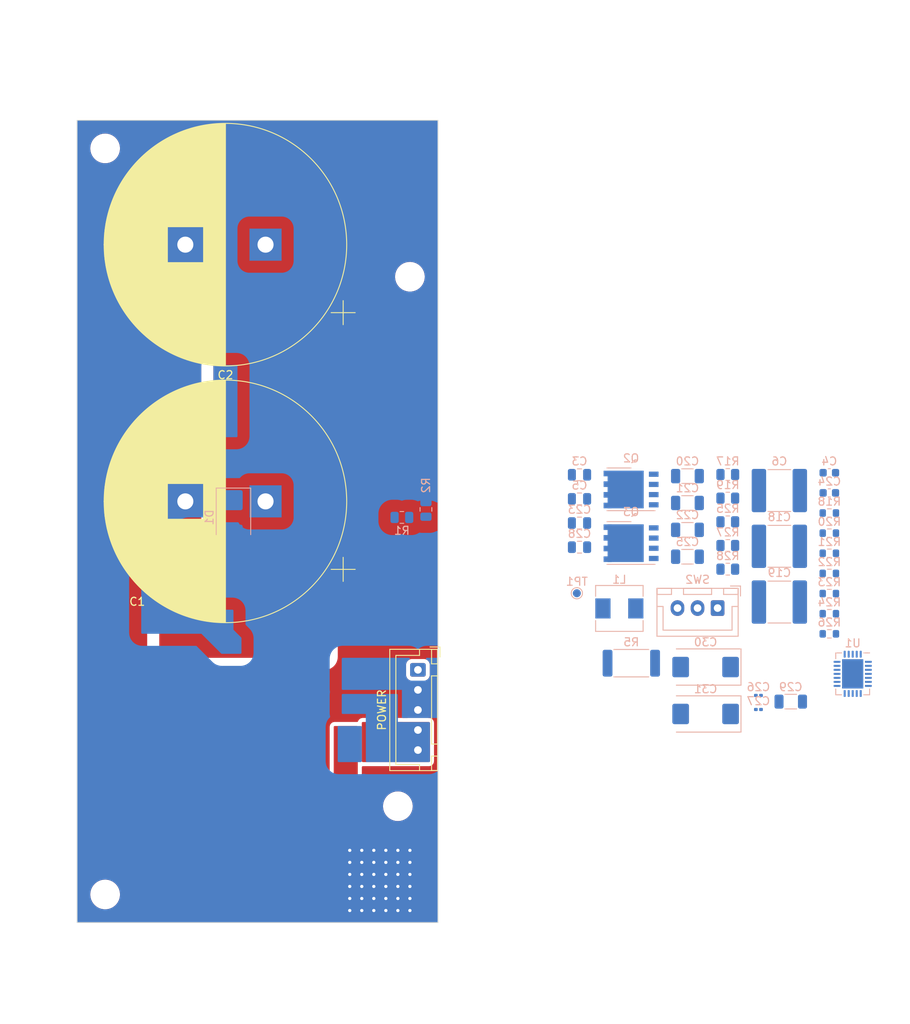
<source format=kicad_pcb>
(kicad_pcb (version 20221018) (generator pcbnew)
  (layers (0 "F.Cu" signal) (31 "B.Cu" signal) (34 "B.Paste" user) (35 "F.Paste" user) (36 "B.SilkS" user "B.Silkscreen") (37 "F.SilkS" user "F.Silkscreen") (38 "B.Mask" user) (39 "F.Mask" user) (44 "Edge.Cuts" user))
  (net 0 "")
  (net 1 "+BATT")
  (net 2 "-BATT")
  (net 3 "Net-(U1-BOOST)")
  (net 4 "Net-(Q2-S)")
  (net 5 "SENSE+")
  (net 6 "GND")
  (net 7 "IN_V")
  (net 8 "SENSE-")
  (net 9 "Net-(U1-VIN)")
  (net 10 "Net-(U1-CPUMP_EN)")
  (net 11 "Net-(C24-Pad1)")
  (net 12 "Net-(U1-VFB)")
  (net 13 "Net-(U1-DRVCC)")
  (net 14 "Net-(U1-ITH)")
  (net 15 "Net-(C27-Pad2)")
  (net 16 "Net-(U1-SS)")
  (net 17 "Net-(Q2-G)")
  (net 18 "Net-(Q3-G)")
  (net 19 "Net-(SW2-C)")
  (net 20 "Net-(SW2-B)")
  (net 21 "Net-(U1-OVLO)")
  (net 22 "Net-(U1-DRVSET)")
  (net 23 "Net-(U1-FREQ)")
  (net 24 "Net-(U1-PGOOD)")
  (footprint "Connector_JST:JST_XH_B5B-XH-A_1x05_P2.50mm_Vertical" (layer "F.Cu") (at 92.5 118.5 -90)
    (fp_text reference "J1" hide)
    (fp_text value "AuxConn")
    (fp_text user "POWER" (at 5 4.5 90 unlocked) (layer "F.SilkS"))
    (pad "1" thru_hole roundrect (at 0 0 270) (size 1.7 1.95) (drill 0.95) (layers "*.Cu" "*.Mask") (roundrect_rratio 0.1470588235) (net 7 "IN_V"))
    (pad "2" thru_hole oval (at 2.5 0 270) (size 1.7 1.95) (drill 0.95) (layers "*.Cu" "*.Mask") (net 6 "GND"))
    (pad "3" thru_hole oval (at 5 0 270) (size 1.7 1.95) (drill 0.95) (layers "*.Cu" "*.Mask") (net 6 "GND"))
    (pad "4" thru_hole oval (at 7.5 0 270) (size 1.7 1.95) (drill 0.95) (layers "*.Cu" "*.Mask") (net 8 "SENSE-"))
    (pad "5" thru_hole oval (at 10 0 270) (size 1.7 1.95) (drill 0.95) (layers "*.Cu" "*.Mask") (net 8 "SENSE-"))
  )
  (footprint "Capacitor_THT:CP_Radial_D30.0mm_P10.00mm_SnapIn" (layer "F.Cu") (at 73.5 65.5 180)
    (fp_text reference "C2" (at 5 -16.25 180) (layer "F.SilkS"))
    (fp_text value "2200uF 200V")
    (pad "1" thru_hole rect (at 0 0 180) (size 4 4) (drill 2) (layers "*.Cu" "*.Mask") (net 1 "+BATT"))
    (pad "2" thru_hole circle (at 10 0 180) (size 4 4) (drill 2) (layers "*.Cu" "*.Mask") (net 2 "-BATT"))
  )
  (footprint "MountingHole:MountingHole_3.2mm_M3" (layer "F.Cu") (at 53.5 53.5)
    (fp_text reference "H1" hide)
    (fp_text value "BATT-Hole")
    (pad "" np_thru_hole circle (at 0 0) (size 3.2 3.2) (drill 3.2) (layers "*.Cu" "*.Mask"))
  )
  (footprint "MountingHole:MountingHole_3.2mm_M3" (layer "F.Cu") (at 53.5 146.5)
    (fp_text reference "H4" hide)
    (fp_text value "BATT-Hole")
    (pad "" np_thru_hole circle (at 0 0) (size 3.2 3.2) (drill 3.2) (layers "*.Cu" "*.Mask"))
  )
  (footprint "MountingHole:MountingHole_3.2mm_M3" (layer "F.Cu") (at 91.5 69.5)
    (fp_text reference "H3" hide)
    (fp_text value "BATT-Hole")
    (pad "" np_thru_hole circle (at 0 0) (size 3.2 3.2) (drill 3.2) (layers "*.Cu" "*.Mask"))
  )
  (footprint "Capacitor_THT:CP_Radial_D30.0mm_P10.00mm_SnapIn" (layer "F.Cu") (at 73.5 97.5 180)
    (fp_text reference "C1" (at 16 -12.5) (layer "F.SilkS"))
    (fp_text value "2200uF 200V")
    (pad "1" thru_hole rect (at 0 0 180) (size 4 4) (drill 2) (layers "*.Cu" "*.Mask") (net 1 "+BATT"))
    (pad "2" thru_hole circle (at 10 0 180) (size 4 4) (drill 2) (layers "*.Cu" "*.Mask") (net 2 "-BATT"))
  )
  (footprint "MountingHole:MountingHole_3.2mm_M3" (layer "F.Cu") (at 90 135.5)
    (fp_text reference "H2" hide)
    (fp_text value "BATT-Hole")
    (pad "" np_thru_hole circle (at 0 0) (size 3.2 3.2) (drill 3.2) (layers "*.Cu" "*.Mask"))
  )
  (footprint "Resistor_SMD:R_0805_2012Metric" (layer "B.Cu") (at 131.135238 94.15 180)
    (fp_text reference "R17" (at 0 1.65) (layer "B.SilkS") (effects (justify mirror)))
    (fp_text value "100k")
    (pad "1" smd roundrect (at -0.9125 0 180) (size 1.025 1.4) (layers "B.Cu" "B.Paste" "B.Mask") (roundrect_rratio 0.243902) (net 1 "+BATT"))
    (pad "2" smd roundrect (at 0.9125 0 180) (size 1.025 1.4) (layers "B.Cu" "B.Paste" "B.Mask") (roundrect_rratio 0.243902) (net 19 "Net-(SW2-C)"))
  )
  (footprint "Resistor_SMD:R_0805_2012Metric" (layer "B.Cu") (at 131.135238 100.05 180)
    (fp_text reference "R25" (at 0 1.65) (layer "B.SilkS") (effects (justify mirror)))
    (fp_text value "100k")
    (pad "1" smd roundrect (at -0.9125 0 180) (size 1.025 1.4) (layers "B.Cu" "B.Paste" "B.Mask") (roundrect_rratio 0.243902) (net 10 "Net-(U1-CPUMP_EN)"))
    (pad "2" smd roundrect (at 0.9125 0 180) (size 1.025 1.4) (layers "B.Cu" "B.Paste" "B.Mask") (roundrect_rratio 0.243902) (net 24 "Net-(U1-PGOOD)"))
  )
  (footprint "Capacitor_Tantalum_SMD:CP_EIA-7343-31_Kemet-D" (layer "B.Cu") (at 128.370238 124 180)
    (fp_text reference "C31" (at 0 3.1) (layer "B.SilkS") (effects (justify mirror)))
    (fp_text value "150u 16V")
    (pad "1" smd roundrect (at -3.1125 0 180) (size 2.075 2.55) (layers "B.Cu" "B.Paste" "B.Mask") (roundrect_rratio 0.120482) (net 8 "SENSE-"))
    (pad "2" smd roundrect (at 3.1125 0 180) (size 2.075 2.55) (layers "B.Cu" "B.Paste" "B.Mask") (roundrect_rratio 0.120482) (net 2 "-BATT"))
  )
  (footprint "Capacitor_SMD:C_1206_3216Metric" (layer "B.Cu") (at 126.105238 104.4 180)
    (fp_text reference "C25" (at 0 1.85) (layer "B.SilkS") (effects (justify mirror)))
    (fp_text value "4.7u 50V")
    (pad "1" smd roundrect (at -1.475 0 180) (size 1.15 1.8) (layers "B.Cu" "B.Paste" "B.Mask") (roundrect_rratio 0.217391) (net 2 "-BATT"))
    (pad "2" smd roundrect (at 1.475 0 180) (size 1.15 1.8) (layers "B.Cu" "B.Paste" "B.Mask") (roundrect_rratio 0.217391) (net 13 "Net-(U1-DRVCC)"))
  )
  (footprint "Capacitor_SMD:C_0201_0603Metric" (layer "B.Cu") (at 134.955238 121.69 180)
    (fp_text reference "C26" (at 0 1.05) (layer "B.SilkS") (effects (justify mirror)))
    (fp_text value "100p")
    (pad "1" smd roundrect (at -0.32 0 180) (size 0.46 0.4) (layers "B.Cu" "B.Mask") (net 14 "Net-(U1-ITH)"))
    (pad "2" smd roundrect (at 0.32 0 180) (size 0.46 0.4) (layers "B.Cu" "B.Mask") (net 2 "-BATT"))
  )
  (footprint "Resistor_SMD:R_0603_1608Metric" (layer "B.Cu") (at 143.795238 106.48 180)
    (fp_text reference "R22" (at 0 1.43) (layer "B.SilkS") (effects (justify mirror)))
    (fp_text value "80.6k")
    (pad "1" smd roundrect (at -0.825 0 180) (size 0.8 0.95) (layers "B.Cu" "B.Paste" "B.Mask") (net 22 "Net-(U1-DRVSET)"))
    (pad "2" smd roundrect (at 0.825 0 180) (size 0.8 0.95) (layers "B.Cu" "B.Paste" "B.Mask") (net 2 "-BATT"))
  )
  (footprint "Capacitor_SMD:C_0201_0603Metric" (layer "B.Cu") (at 134.955238 123.44 180)
    (fp_text reference "C27" (at 0 1.05) (layer "B.SilkS") (effects (justify mirror)))
    (fp_text value "4.7n")
    (pad "1" smd roundrect (at -0.32 0 180) (size 0.46 0.4) (layers "B.Cu" "B.Mask") (net 14 "Net-(U1-ITH)"))
    (pad "2" smd roundrect (at 0.32 0 180) (size 0.46 0.4) (layers "B.Cu" "B.Mask") (net 15 "Net-(C27-Pad2)"))
  )
  (footprint "Package_SON:Infineon_PG-TDSON-8_6.15x5.15mm" (layer "B.Cu") (at 119.075238 102.71 180)
    (fp_text reference "Q3" (at 0 3.9) (layer "B.SilkS") (effects (justify mirror)))
    (fp_text value "BSC110N15NS5")
    (pad "1" smd rect (at -2.825 1.905 180) (size 1.2 0.65) (layers "B.Cu" "B.Paste" "B.Mask") (net 18 "Net-(Q3-G)"))
    (pad "2" smd rect (at -2.825 0.635 180) (size 1.2 0.65) (layers "B.Cu" "B.Paste" "B.Mask") (net 4 "Net-(Q2-S)"))
    (pad "3" smd rect (at -2.825 -0.635 180) (size 1.2 0.65) (layers "B.Cu" "B.Paste" "B.Mask") (net 2 "-BATT"))
    (pad "4" smd rect (at -2.825 -1.905 180) (size 1.2 0.65) (layers "B.Cu" "B.Paste" "B.Mask"))
    (pad "5" smd rect (at 0.675 0 180) (size 4.5 4.7) (layers "B.Cu" "B.Mask"))
    (pad "5" smd rect (at 2.925 -1.995 180) (size 1 0.7) (layers "B.Cu" "B.Paste" "B.Mask"))
    (pad "5" smd rect (at 2.925 -0.665 180) (size 1 0.7) (layers "B.Cu" "B.Paste" "B.Mask"))
    (pad "5" smd rect (at 2.925 0.665 180) (size 1 0.7) (layers "B.Cu" "B.Paste" "B.Mask"))
    (pad "5" smd rect (at 2.925 1.995 180) (size 1 0.7) (layers "B.Cu" "B.Paste" "B.Mask"))
  )
  (footprint "Capacitor_SMD:C_1206_3216Metric" (layer "B.Cu") (at 126.105238 101.05 180)
    (fp_text reference "C22" (at 0 1.85) (layer "B.SilkS") (effects (justify mirror)))
    (fp_text value "470n 200V")
    (pad "1" smd roundrect (at -1.475 0 180) (size 1.15 1.8) (layers "B.Cu" "B.Paste" "B.Mask") (roundrect_rratio 0.217391) (net 1 "+BATT"))
    (pad "2" smd roundrect (at 1.475 0 180) (size 1.15 1.8) (layers "B.Cu" "B.Paste" "B.Mask") (roundrect_rratio 0.217391) (net 2 "-BATT"))
  )
  (footprint "Resistor_SMD:R_0603_1608Metric" (layer "B.Cu") (at 143.795238 111.5 180)
    (fp_text reference "R24" (at 0 1.43) (layer "B.SilkS") (effects (justify mirror)))
    (fp_text value "10 1%")
    (pad "1" smd roundrect (at -0.825 0 180) (size 0.8 0.95) (layers "B.Cu" "B.Paste" "B.Mask") (net 11 "Net-(C24-Pad1)"))
    (pad "2" smd roundrect (at 0.825 0 180) (size 0.8 0.95) (layers "B.Cu" "B.Paste" "B.Mask") (net 8 "SENSE-"))
  )
  (footprint "Inductor_SMD:L_Sunlord_MWSA0518S" (layer "B.Cu") (at 117.615238 110.845 180)
    (fp_text reference "L1" (at 0 3.6) (layer "B.SilkS") (effects (justify mirror)))
    (fp_text value "100MHz 33uH 12A")
    (pad "1" smd rect (at -2.05 0 180) (size 1.9 2.5) (layers "B.Cu" "B.Paste" "B.Mask") (net 4 "Net-(Q2-S)"))
    (pad "2" smd rect (at 2.05 0 180) (size 1.9 2.5) (layers "B.Cu" "B.Paste" "B.Mask") (net 5 "SENSE+"))
  )
  (footprint "Resistor_SMD:R_0603_1608Metric" (layer "B.Cu") (at 143.795238 98.95 180)
    (fp_text reference "R18" (at 0 1.43) (layer "B.SilkS") (effects (justify mirror)))
    (fp_text value "10")
    (pad "1" smd roundrect (at -0.825 0 180) (size 0.8 0.95) (layers "B.Cu" "B.Paste" "B.Mask") (net 9 "Net-(U1-VIN)"))
    (pad "2" smd roundrect (at 0.825 0 180) (size 0.8 0.95) (layers "B.Cu" "B.Paste" "B.Mask") (net 1 "+BATT"))
  )
  (footprint "Resistor_SMD:R_0805_2012Metric" (layer "B.Cu") (at 131.135238 103 180)
    (fp_text reference "R27" (at 0 1.65) (layer "B.SilkS") (effects (justify mirror)))
    (fp_text value "10k")
    (pad "1" smd roundrect (at -0.9125 0 180) (size 1.025 1.4) (layers "B.Cu" "B.Paste" "B.Mask") (roundrect_rratio 0.243902) (net 12 "Net-(U1-VFB)"))
    (pad "2" smd roundrect (at 0.9125 0 180) (size 1.025 1.4) (layers "B.Cu" "B.Paste" "B.Mask") (roundrect_rratio 0.243902) (net 2 "-BATT"))
  )
  (footprint "Capacitor_SMD:C_1206_3216Metric" (layer "B.Cu") (at 126.105238 94.35 180)
    (fp_text reference "C20" (at 0 1.85) (layer "B.SilkS") (effects (justify mirror)))
    (fp_text value "470n 200V")
    (pad "1" smd roundrect (at -1.475 0 180) (size 1.15 1.8) (layers "B.Cu" "B.Paste" "B.Mask") (roundrect_rratio 0.217391) (net 1 "+BATT"))
    (pad "2" smd roundrect (at 1.475 0 180) (size 1.15 1.8) (layers "B.Cu" "B.Paste" "B.Mask") (roundrect_rratio 0.217391) (net 2 "-BATT"))
  )
  (footprint "Resistor_SMD:R_0805_2012Metric" (layer "B.Cu") (at 90.5 99.5)
    (fp_text reference "R1" (at 0 1.65) (layer "B.SilkS") (effects (justify mirror)))
    (fp_text value "100k")
    (pad "1" smd roundrect (at -0.9125 0) (size 1.025 1.4) (layers "B.Cu" "B.Paste" "B.Mask") (roundrect_rratio 0.243902439) (net 1 "+BATT"))
    (pad "2" smd roundrect (at 0.9125 0) (size 1.025 1.4) (layers "B.Cu" "B.Paste" "B.Mask") (roundrect_rratio 0.243902439) (net 7 "IN_V"))
  )
  (footprint "Resistor_SMD:R_0805_2012Metric" (layer "B.Cu") (at 93.5 98.5 90)
    (fp_text reference "R2" (at 3 0 90) (layer "B.SilkS") (effects (justify mirror)))
    (fp_text value "1.8k")
    (pad "1" smd roundrect (at -0.9125 0 90) (size 1.025 1.4) (layers "B.Cu" "B.Paste" "B.Mask") (roundrect_rratio 0.243902439) (net 7 "IN_V"))
    (pad "2" smd roundrect (at 0.9125 0 90) (size 1.025 1.4) (layers "B.Cu" "B.Paste" "B.Mask") (roundrect_rratio 0.243902439) (net 2 "-BATT"))
  )
  (footprint "Resistor_SMD:R_0805_2012Metric" (layer "B.Cu") (at 131.135238 105.95 180)
    (fp_text reference "R28" (at 0 1.65) (layer "B.SilkS") (effects (justify mirror)))
    (fp_text value "10k")
    (pad "1" smd roundrect (at -0.9125 0 180) (size 1.025 1.4) (layers "B.Cu" "B.Paste" "B.Mask") (roundrect_rratio 0.243902) (net 15 "Net-(C27-Pad2)"))
    (pad "2" smd roundrect (at 0.9125 0 180) (size 1.025 1.4) (layers "B.Cu" "B.Paste" "B.Mask") (roundrect_rratio 0.243902) (net 2 "-BATT"))
  )
  (footprint "Diode_SMD:D_SMB" (layer "B.Cu") (at 69.5 99.5 -90)
    (fp_text reference "D1" (at 0 3 90) (layer "B.SilkS") (effects (justify mirror)))
    (fp_text value "3SMB5928B")
    (pad "1" smd roundrect (at -2.15 0 270) (size 2.5 2.3) (layers "B.Cu" "B.Paste" "B.Mask") (roundrect_rratio 0.1086956522) (net 8 "SENSE-"))
    (pad "2" smd roundrect (at 2.15 0 270) (size 2.5 2.3) (layers "B.Cu" "B.Paste" "B.Mask") (roundrect_rratio 0.1086956522) (net 2 "-BATT"))
  )
  (footprint "Resistor_SMD:R_0805_2012Metric" (layer "B.Cu") (at 131.135238 97.1 180)
    (fp_text reference "R19" (at 0 1.65) (layer "B.SilkS") (effects (justify mirror)))
    (fp_text value "100k")
    (pad "1" smd roundrect (at -0.9125 0 180) (size 1.025 1.4) (layers "B.Cu" "B.Paste" "B.Mask") (roundrect_rratio 0.243902) (net 2 "-BATT"))
    (pad "2" smd roundrect (at 0.9125 0 180) (size 1.025 1.4) (layers "B.Cu" "B.Paste" "B.Mask") (roundrect_rratio 0.243902) (net 20 "Net-(SW2-B)"))
  )
  (footprint "Capacitor_SMD:C_2220_5650Metric" (layer "B.Cu") (at 137.565238 96.15 180)
    (fp_text reference "C6" (at 0 3.65) (layer "B.SilkS") (effects (justify mirror)))
    (fp_text value "1u 200V")
    (pad "1" smd roundrect (at -2.55 0 180) (size 1.8 5.4) (layers "B.Cu" "B.Paste" "B.Mask") (roundrect_rratio 0.138889) (net 1 "+BATT"))
    (pad "2" smd roundrect (at 2.55 0 180) (size 1.8 5.4) (layers "B.Cu" "B.Paste" "B.Mask") (roundrect_rratio 0.138889) (net 2 "-BATT"))
  )
  (footprint "Resistor_SMD:R_0603_1608Metric" (layer "B.Cu") (at 143.795238 101.46 180)
    (fp_text reference "R20" (at 0 1.43) (layer "B.SilkS") (effects (justify mirror)))
    (fp_text value "5.6k")
    (pad "1" smd roundrect (at -0.825 0 180) (size 0.8 0.95) (layers "B.Cu" "B.Paste" "B.Mask") (net 21 "Net-(U1-OVLO)"))
    (pad "2" smd roundrect (at 0.825 0 180) (size 0.8 0.95) (layers "B.Cu" "B.Paste" "B.Mask") (net 2 "-BATT"))
  )
  (footprint "Capacitor_SMD:C_0805_2012Metric" (layer "B.Cu") (at 112.645238 97.19 180)
    (fp_text reference "C5" (at 0 1.68) (layer "B.SilkS") (effects (justify mirror)))
    (fp_text value "100n 200V")
    (pad "1" smd roundrect (at -0.95 0 180) (size 1 1.45) (layers "B.Cu" "B.Paste" "B.Mask") (net 2 "-BATT"))
    (pad "2" smd roundrect (at 0.95 0 180) (size 1 1.45) (layers "B.Cu" "B.Paste" "B.Mask") (net 9 "Net-(U1-VIN)"))
  )
  (footprint "Resistor_SMD:R_0603_1608Metric" (layer "B.Cu") (at 143.795238 114.01 180)
    (fp_text reference "R26" (at 0 1.43) (layer "B.SilkS") (effects (justify mirror)))
    (fp_text value "140k 1%")
    (pad "1" smd roundrect (at -0.825 0 180) (size 0.8 0.95) (layers "B.Cu" "B.Paste" "B.Mask") (net 11 "Net-(C24-Pad1)"))
    (pad "2" smd roundrect (at 0.825 0 180) (size 0.8 0.95) (layers "B.Cu" "B.Paste" "B.Mask") (net 12 "Net-(U1-VFB)"))
  )
  (footprint "Connector_JST:JST_XH_B3B-XH-A_1x03_P2.50mm_Vertical" (layer "B.Cu") (at 129.865238 110.8 180)
    (fp_text reference "SW2" (at 2.5 3.55) (layer "B.SilkS") (effects (justify mirror)))
    (fp_text value "POWER_SW")
    (pad "1" thru_hole roundrect (at 0 0 180) (size 1.7 1.95) (drill 0.95) (layers "*.Cu" "*.Mask") (roundrect_rratio 0.147059) (net 2 "-BATT"))
    (pad "2" thru_hole oval (at 2.5 0 180) (size 1.7 1.95) (drill 0.95) (layers "*.Cu" "*.Mask") (net 20 "Net-(SW2-B)"))
    (pad "3" thru_hole oval (at 5 0 180) (size 1.7 1.95) (drill 0.95) (layers "*.Cu" "*.Mask") (net 19 "Net-(SW2-C)"))
  )
  (footprint "Capacitor_SMD:C_0805_2012Metric" (layer "B.Cu") (at 112.645238 103.21 180)
    (fp_text reference "C28" (at 0 1.68) (layer "B.SilkS") (effects (justify mirror)))
    (fp_text value "100n")
    (pad "1" smd roundrect (at -0.95 0 180) (size 1 1.45) (layers "B.Cu" "B.Paste" "B.Mask") (net 2 "-BATT"))
    (pad "2" smd roundrect (at 0.95 0 180) (size 1 1.45) (layers "B.Cu" "B.Paste" "B.Mask") (net 16 "Net-(U1-SS)"))
  )
  (footprint "Package_SON:Infineon_PG-TDSON-8_6.15x5.15mm" (layer "B.Cu") (at 119.075238 96.02 180)
    (fp_text reference "Q2" (at 0 3.9) (layer "B.SilkS") (effects (justify mirror)))
    (fp_text value "BSC520N15NS3")
    (pad "1" smd rect (at -2.825 1.905 180) (size 1.2 0.65) (layers "B.Cu" "B.Paste" "B.Mask") (net 17 "Net-(Q2-G)"))
    (pad "2" smd rect (at -2.825 0.635 180) (size 1.2 0.65) (layers "B.Cu" "B.Paste" "B.Mask") (net 1 "+BATT"))
    (pad "3" smd rect (at -2.825 -0.635 180) (size 1.2 0.65) (layers "B.Cu" "B.Paste" "B.Mask") (net 4 "Net-(Q2-S)"))
    (pad "4" smd rect (at -2.825 -1.905 180) (size 1.2 0.65) (layers "B.Cu" "B.Paste" "B.Mask"))
    (pad "5" smd rect (at 0.675 0 180) (size 4.5 4.7) (layers "B.Cu" "B.Mask"))
    (pad "5" smd rect (at 2.925 -1.995 180) (size 1 0.7) (layers "B.Cu" "B.Paste" "B.Mask"))
    (pad "5" smd rect (at 2.925 -0.665 180) (size 1 0.7) (layers "B.Cu" "B.Paste" "B.Mask"))
    (pad "5" smd rect (at 2.925 0.665 180) (size 1 0.7) (layers "B.Cu" "B.Paste" "B.Mask"))
    (pad "5" smd rect (at 2.925 1.995 180) (size 1 0.7) (layers "B.Cu" "B.Paste" "B.Mask"))
  )
  (footprint "Capacitor_SMD:C_2220_5650Metric" (layer "B.Cu") (at 137.565238 110.05 180)
    (fp_text reference "C19" (at 0 3.65) (layer "B.SilkS") (effects (justify mirror)))
    (fp_text value "1u 200V")
    (pad "1" smd roundrect (at -2.55 0 180) (size 1.8 5.4) (layers "B.Cu" "B.Paste" "B.Mask") (roundrect_rratio 0.138889) (net 1 "+BATT"))
    (pad "2" smd roundrect (at 2.55 0 180) (size 1.8 5.4) (layers "B.Cu" "B.Paste" "B.Mask") (roundrect_rratio 0.138889) (net 2 "-BATT"))
  )
  (footprint "Capacitor_SMD:C_2220_5650Metric" (layer "B.Cu") (at 137.565238 103.1 180)
    (fp_text reference "C18" (at 0 3.65) (layer "B.SilkS") (effects (justify mirror)))
    (fp_text value "1u 200V")
    (pad "1" smd roundrect (at -2.55 0 180) (size 1.8 5.4) (layers "B.Cu" "B.Paste" "B.Mask") (roundrect_rratio 0.138889) (net 1 "+BATT"))
    (pad "2" smd roundrect (at 2.55 0 180) (size 1.8 5.4) (layers "B.Cu" "B.Paste" "B.Mask") (roundrect_rratio 0.138889) (net 2 "-BATT"))
  )
  (footprint "Resistor_SMD:R_0603_1608Metric" (layer "B.Cu") (at 143.795238 108.99 180)
    (fp_text reference "R23" (at 0 1.43) (layer "B.SilkS") (effects (justify mirror)))
    (fp_text value "30.1k")
    (pad "1" smd roundrect (at -0.825 0 180) (size 0.8 0.95) (layers "B.Cu" "B.Paste" "B.Mask") (net 23 "Net-(U1-FREQ)"))
    (pad "2" smd roundrect (at 0.825 0 180) (size 0.8 0.95) (layers "B.Cu" "B.Paste" "B.Mask") (net 2 "-BATT"))
  )
  (footprint "Capacitor_SMD:C_0805_2012Metric" (layer "B.Cu") (at 112.645238 94.18 180)
    (fp_text reference "C3" (at 0 1.68) (layer "B.SilkS") (effects (justify mirror)))
    (fp_text value "100n")
    (pad "1" smd roundrect (at -0.95 0 180) (size 1 1.45) (layers "B.Cu" "B.Paste" "B.Mask") (net 3 "Net-(U1-BOOST)"))
    (pad "2" smd roundrect (at 0.95 0 180) (size 1 1.45) (layers "B.Cu" "B.Paste" "B.Mask") (net 4 "Net-(Q2-S)"))
  )
  (footprint "Capacitor_SMD:C_0805_2012Metric" (layer "B.Cu") (at 112.645238 100.2 180)
    (fp_text reference "C23" (at 0 1.68) (layer "B.SilkS") (effects (justify mirror)))
    (fp_text value "100n")
    (pad "1" smd roundrect (at -0.95 0 180) (size 1 1.45) (layers "B.Cu" "B.Paste" "B.Mask") (net 2 "-BATT"))
    (pad "2" smd roundrect (at 0.95 0 180) (size 1 1.45) (layers "B.Cu" "B.Paste" "B.Mask") (net 10 "Net-(U1-CPUMP_EN)"))
  )
  (footprint "Resistor_SMD:R_2512_6332Metric" (layer "B.Cu") (at 119.105238 117.67 180)
    (fp_text reference "R5" (at 0 2.62) (layer "B.SilkS") (effects (justify mirror)))
    (fp_text value "0.006")
    (pad "1" smd roundrect (at -2.9625 0 180) (size 1.225 3.35) (layers "B.Cu" "B.Paste" "B.Mask") (roundrect_rratio 0.204082) (net 5 "SENSE+"))
    (pad "2" smd roundrect (at 2.9625 0 180) (size 1.225 3.35) (layers "B.Cu" "B.Paste" "B.Mask") (roundrect_rratio 0.204082) (net 8 "SENSE-"))
  )
  (footprint "Package_DFN_QFN:QFN-24-1EP_4x5mm_P0.5mm_EP2.65x3.65mm" (layer "B.Cu") (at 146.707738 119 180)
    (fp_text reference "U1" (at 0 3.82) (layer "B.SilkS") (effects (justify mirror)))
    (fp_text value "LTC7801EUFD#PBF")
    (pad "1" smd roundrect (at -1.95 1.5 180) (size 0.85 0.25) (layers "B.Cu" "B.Paste" "B.Mask") (net 12 "Net-(U1-VFB)"))
    (pad "2" smd roundrect (at -1.95 1 180) (size 0.85 0.25) (layers "B.Cu" "B.Paste" "B.Mask") (net 14 "Net-(U1-ITH)"))
    (pad "3" smd roundrect (at -1.95 0.5 180) (size 0.85 0.25) (layers "B.Cu" "B.Paste" "B.Mask") (net 2 "-BATT"))
    (pad "4" smd roundrect (at -1.95 0 180) (size 0.85 0.25) (layers "B.Cu" "B.Paste" "B.Mask") (net 2 "-BATT"))
    (pad "5" smd roundrect (at -1.95 -0.5 180) (size 0.85 0.25) (layers "B.Cu" "B.Paste" "B.Mask") (net 10 "Net-(U1-CPUMP_EN)"))
    (pad "6" smd roundrect (at -1.95 -1 180) (size 0.85 0.25) (layers "B.Cu" "B.Paste" "B.Mask") (net 2 "-BATT"))
    (pad "7" smd roundrect (at -1.95 -1.5 180) (size 0.85 0.25) (layers "B.Cu" "B.Paste" "B.Mask") (net 24 "Net-(U1-PGOOD)"))
    (pad "8" smd roundrect (at -1 -2.45 180) (size 0.25 0.85) (layers "B.Cu" "B.Paste" "B.Mask") (net 23 "Net-(U1-FREQ)"))
    (pad "9" smd roundrect (at -0.5 -2.45 180) (size 0.25 0.85) (layers "B.Cu" "B.Paste" "B.Mask") (net 22 "Net-(U1-DRVSET)"))
    (pad "10" smd roundrect (at 0 -2.45 180) (size 0.25 0.85) (layers "B.Cu" "B.Paste" "B.Mask") (net 2 "-BATT"))
    (pad "11" smd roundrect (at 0.5 -2.45 180) (size 0.25 0.85) (layers "B.Cu" "B.Paste" "B.Mask") (net 17 "Net-(Q2-G)"))
    (pad "12" smd roundrect (at 1 -2.45 180) (size 0.25 0.85) (layers "B.Cu" "B.Paste" "B.Mask") (net 4 "Net-(Q2-S)"))
    (pad "13" smd roundrect (at 1.95 -1.5 180) (size 0.85 0.25) (layers "B.Cu" "B.Paste" "B.Mask") (net 3 "Net-(U1-BOOST)"))
    (pad "14" smd roundrect (at 1.95 -1 180) (size 0.85 0.25) (layers "B.Cu" "B.Paste" "B.Mask") (net 18 "Net-(Q3-G)"))
    (pad "15" smd roundrect (at 1.95 -0.5 180) (size 0.85 0.25) (layers "B.Cu" "B.Paste" "B.Mask") (net 13 "Net-(U1-DRVCC)"))
    (pad "16" smd roundrect (at 1.95 0 180) (size 0.85 0.25) (layers "B.Cu" "B.Paste" "B.Mask") (net 13 "Net-(U1-DRVCC)"))
    (pad "17" smd roundrect (at 1.95 0.5 180) (size 0.85 0.25) (layers "B.Cu" "B.Paste" "B.Mask") (net 9 "Net-(U1-VIN)"))
    (pad "18" smd roundrect (at 1.95 1 180) (size 0.85 0.25) (layers "B.Cu" "B.Paste" "B.Mask") (net 8 "SENSE-"))
    (pad "19" smd roundrect (at 1.95 1.5 180) (size 0.85 0.25) (layers "B.Cu" "B.Paste" "B.Mask") (net 20 "Net-(SW2-B)"))
    (pad "20" smd roundrect (at 1 2.45 180) (size 0.25 0.85) (layers "B.Cu" "B.Paste" "B.Mask") (net 10 "Net-(U1-CPUMP_EN)"))
    (pad "21" smd roundrect (at 0.5 2.45 180) (size 0.25 0.85) (layers "B.Cu" "B.Paste" "B.Mask") (net 21 "Net-(U1-OVLO)"))
    (pad "22" smd roundrect (at 0 2.45 180) (size 0.25 0.85) (layers "B.Cu" "B.Paste" "B.Mask") (net 5 "SENSE+"))
    (pad "23" smd roundrect (at -0.5 2.45 180) (size 0.25 0.85) (layers "B.Cu" "B.Paste" "B.Mask") (net 8 "SENSE-"))
    (pad "24" smd roundrect (at -1 2.45 180) (size 0.25 0.85) (layers "B.Cu" "B.Paste" "B.Mask") (net 16 "Net-(U1-SS)"))
    (pad "25" smd rect (at 0 0 180) (size 2.65 3.65) (layers "B.Cu" "B.Mask") (net 2 "-BATT"))
  )
  (footprint "Resistor_SMD:R_0603_1608Metric" (layer "B.Cu") (at 143.795238 103.97 180)
    (fp_text reference "R21" (at 0 1.43) (layer "B.SilkS") (effects (justify mirror)))
    (fp_text value "680k")
    (pad "1" smd roundrect (at -0.825 0 180) (size 0.8 0.95) (layers "B.Cu" "B.Paste" "B.Mask") (net 1 "+BATT"))
    (pad "2" smd roundrect (at 0.825 0 180) (size 0.8 0.95) (layers "B.Cu" "B.Paste" "B.Mask") (net 21 "Net-(U1-OVLO)"))
  )
  (footprint "Capacitor_SMD:C_1206_3216Metric" (layer "B.Cu") (at 126.105238 97.7 180)
    (fp_text reference "C21" (at 0 1.85) (layer "B.SilkS") (effects (justify mirror)))
    (fp_text value "470n 200V")
    (pad "1" smd roundrect (at -1.475 0 180) (size 1.15 1.8) (layers "B.Cu" "B.Paste" "B.Mask") (roundrect_rratio 0.217391) (net 1 "+BATT"))
    (pad "2" smd roundrect (at 1.475 0 180) (size 1.15 1.8) (layers "B.Cu" "B.Paste" "B.Mask") (roundrect_rratio 0.217391) (net 2 "-BATT"))
  )
  (footprint "TestPoint:TestPoint_Pad_D1.0mm" (layer "B.Cu") (at 112.315238 108.95 180)
    (fp_text reference "TP1" (at 0 1.448) (layer "B.SilkS") (effects (justify mirror)))
    (fp_text value "TestPoint")
    (pad "1" smd circle (at 0 0 180) (size 1 1) (layers "B.Cu" "B.Mask") (net 10 "Net-(U1-CPUMP_EN)"))
  )
  (footprint "Capacitor_SMD:C_0603_1608Metric" (layer "B.Cu") (at 143.795238 96.44 180)
    (fp_text reference "C24" (at 0 1.43) (layer "B.SilkS") (effects (justify mirror)))
    (fp_text value "10pF")
    (pad "1" smd roundrect (at -0.775 0 180) (size 0.9 0.95) (layers "B.Cu" "B.Paste" "B.Mask") (net 11 "Net-(C24-Pad1)"))
    (pad "2" smd roundrect (at 0.775 0 180) (size 0.9 0.95) (layers "B.Cu" "B.Paste" "B.Mask") (net 12 "Net-(U1-VFB)"))
  )
  (footprint "Capacitor_SMD:C_0603_1608Metric" (layer "B.Cu") (at 143.795238 93.93 180)
    (fp_text reference "C4" (at 0 1.43) (layer "B.SilkS") (effects (justify mirror)))
    (fp_text value "1n")
    (pad "1" smd roundrect (at -0.775 0 180) (size 0.9 0.95) (layers "B.Cu" "B.Paste" "B.Mask") (net 5 "SENSE+"))
    (pad "2" smd roundrect (at 0.775 0 180) (size 0.9 0.95) (layers "B.Cu" "B.Paste" "B.Mask") (net 8 "SENSE-"))
  )
  (footprint "Resistor_SMD:R_1206_3216Metric" (layer "B.Cu") (at 138.985238 122.46 180)
    (fp_text reference "C29" (at 0 1.82) (layer "B.SilkS") (effects (justify mirror)))
    (fp_text value "22uF")
    (pad "1" smd roundrect (at -1.4625 0 180) (size 1.125 1.75) (layers "B.Cu" "B.Paste" "B.Mask") (roundrect_rratio 0.222222) (net 8 "SENSE-"))
    (pad "2" smd roundrect (at 1.4625 0 180) (size 1.125 1.75) (layers "B.Cu" "B.Paste" "B.Mask") (roundrect_rratio 0.222222) (net 2 "-BATT"))
  )
  (footprint "Capacitor_Tantalum_SMD:CP_EIA-7343-31_Kemet-D" (layer "B.Cu") (at 128.370238 118.15 180)
    (fp_text reference "C30" (at 0 3.1) (layer "B.SilkS") (effects (justify mirror)))
    (fp_text value "150u 16V")
    (pad "1" smd roundrect (at -3.1125 0 180) (size 2.075 2.55) (layers "B.Cu" "B.Paste" "B.Mask") (roundrect_rratio 0.120482) (net 8 "SENSE-"))
    (pad "2" smd roundrect (at 3.1125 0 180) (size 2.075 2.55) (layers "B.Cu" "B.Paste" "B.Mask") (roundrect_rratio 0.120482) (net 2 "-BATT"))
  )
  (gr_rect (start 50 50) (end 95 150) (stroke (width 0.1)) (fill none) (layer "Edge.Cuts"))
  (via (at 90 145.5) (size 0.8) (drill 0.4) (layers "F.Cu" "B.Cu") (net 2))
  (via (at 85.5 144) (size 0.8) (drill 0.4) (layers "F.Cu" "B.Cu") (net 2))
  (via (at 88.5 144) (size 0.8) (drill 0.4) (layers "F.Cu" "B.Cu") (net 2))
  (via (at 88.5 142.5) (size 0.8) (drill 0.4) (layers "F.Cu" "B.Cu") (net 2))
  (via (at 90 148.5) (size 0.8) (drill 0.4) (layers "F.Cu" "B.Cu") (net 2))
  (via (at 87 142.5) (size 0.8) (drill 0.4) (layers "F.Cu" "B.Cu") (net 2))
  (via (at 91.5 144) (size 0.8) (drill 0.4) (layers "F.Cu" "B.Cu") (net 2))
  (via (at 85.5 147) (size 0.8) (drill 0.4) (layers "F.Cu" "B.Cu") (net 2))
  (via (at 90 142.5) (size 0.8) (drill 0.4) (layers "F.Cu" "B.Cu") (net 2))
  (via (at 84 144) (size 0.8) (drill 0.4) (layers "F.Cu" "B.Cu") (net 2))
  (via (at 87 144) (size 0.8) (drill 0.4) (layers "F.Cu" "B.Cu") (net 2))
  (via (at 84 141) (size 0.8) (drill 0.4) (layers "F.Cu" "B.Cu") (net 2))
  (via (at 88.5 141) (size 0.8) (drill 0.4) (layers "F.Cu" "B.Cu") (net 2))
  (via (at 85.5 148.5) (size 0.8) (drill 0.4) (layers "F.Cu" "B.Cu") (net 2))
  (via (at 90 147) (size 0.8) (drill 0.4) (layers "F.Cu" "B.Cu") (net 2))
  (via (at 91.5 148.5) (size 0.8) (drill 0.4) (layers "F.Cu" "B.Cu") (net 2))
  (via (at 91.5 145.5) (size 0.8) (drill 0.4) (layers "F.Cu" "B.Cu") (net 2))
  (via (at 87 141) (size 0.8) (drill 0.4) (layers "F.Cu" "B.Cu") (net 2))
  (via (at 90 141) (size 0.8) (drill 0.4) (layers "F.Cu" "B.Cu") (net 2))
  (via (at 84 145.5) (size 0.8) (drill 0.4) (layers "F.Cu" "B.Cu") (net 2))
  (via (at 85.5 142.5) (size 0.8) (drill 0.4) (layers "F.Cu" "B.Cu") (net 2))
  (via (at 85.5 141) (size 0.8) (drill 0.4) (layers "F.Cu" "B.Cu") (net 2))
  (via (at 90 144) (size 0.8) (drill 0.4) (layers "F.Cu" "B.Cu") (net 2))
  (via (at 87 147) (size 0.8) (drill 0.4) (layers "F.Cu" "B.Cu") (net 2))
  (via (at 91.5 142.5) (size 0.8) (drill 0.4) (layers "F.Cu" "B.Cu") (net 2))
  (via (at 85.5 145.5) (size 0.8) (drill 0.4) (layers "F.Cu" "B.Cu") (net 2))
  (via (at 88.5 147) (size 0.8) (drill 0.4) (layers "F.Cu" "B.Cu") (net 2))
  (via (at 87 148.5) (size 0.8) (drill 0.4) (layers "F.Cu" "B.Cu") (net 2))
  (via (at 84 142.5) (size 0.8) (drill 0.4) (layers "F.Cu" "B.Cu") (net 2))
  (via (at 88.5 145.5) (size 0.8) (drill 0.4) (layers "F.Cu" "B.Cu") (net 2))
  (via (at 88.5 148.5) (size 0.8) (drill 0.4) (layers "F.Cu" "B.Cu") (net 2))
  (via (at 84 148.5) (size 0.8) (drill 0.4) (layers "F.Cu" "B.Cu") (net 2))
  (via (at 84 147) (size 0.8) (drill 0.4) (layers "F.Cu" "B.Cu") (net 2))
  (via (at 91.5 141) (size 0.8) (drill 0.4) (layers "F.Cu" "B.Cu") (net 2))
  (via (at 91.5 147) (size 0.8) (drill 0.4) (layers "F.Cu" "B.Cu") (net 2))
  (via (at 87 145.5) (size 0.8) (drill 0.4) (layers "F.Cu" "B.Cu") (net 2))
  (zone (net 0) (net_name "") (layer "F.Cu") (priority 11) (connect_pads yes (clearance 0.5)) (min_thickness 0.25) (fill yes (thermal_gap 0.5) (thermal_bridge_width 0.5))
    (polygon (pts (xy 85 125.5) (xy 82 125.5) (xy 82 134) (xy 77.5 138.5) (xy 68 138.5) (xy 68 142.5) (xy 79 142.5) (xy 85 136.5)))
  )
  (zone (net 2) (net_name "-BATT") (layer "F.Cu") (priority 6) (connect_pads yes (clearance 0.5)) (min_thickness 0.25) (fill yes (thermal_gap 0.5) (thermal_bridge_width 0.5))
    (polygon (pts (xy 95 150) (xy 50 150) (xy 50 50) (xy 95 50)))
  )
  (zone (net 1) (net_name "+BATT") (layer "F.Cu") (priority 10) (connect_pads yes (clearance 1.5)) (min_thickness 0.25) (fill yes (thermal_gap 0.5) (thermal_bridge_width 0.5))
    (polygon (pts (xy 81 65) (xy 95 65) (xy 95 50) (xy 67 50) (xy 67 103) (xy 60.25 103) (xy 60.25 117) (xy 81 117)))
  )
  (zone (net 8) (net_name "SENSE-") (layer "F.Cu") (priority 7) (connect_pads yes (clearance 0.5)) (min_thickness 0.25) (fill yes (thermal_gap 0.5) (thermal_bridge_width 0.5))
    (polygon (pts (xy 94 125) (xy 94 130) (xy 85.5 130) (xy 85.5 125)))
  )
  (zone (net 6) (net_name "GND") (layer "B.Cu") (priority 6) (connect_pads yes (clearance 0.5)) (min_thickness 0.25) (fill yes (thermal_gap 0.5) (thermal_bridge_width 0.5))
    (polygon (pts (xy 95 124.5) (xy 90.5 124.5) (xy 90.5 121) (xy 83 121) (xy 83 117) (xy 95 117)))
  )
  (zone (net 1) (net_name "+BATT") (layer "B.Cu") (priority 11) (connect_pads yes (clearance 0.5)) (min_thickness 0.25) (fill yes (thermal_gap 0.5) (thermal_bridge_width 0.5))
    (polygon (pts (xy 67 89.5) (xy 70 89.5) (xy 70 80.5) (xy 67 80.5)))
  )
  (zone (net 0) (net_name "") (layer "B.Cu") (priority 8) (connect_pads yes (clearance 0.5)) (min_thickness 0.25) (fill yes (thermal_gap 0.5) (thermal_bridge_width 0.5))
    (polygon (pts (xy 85.5 125.5) (xy 82.5 125.5) (xy 82.5 130) (xy 85.5 130)))
  )
  (zone (net 0) (net_name "") (layer "B.Cu") (priority 90000) (connect_pads yes (clearance 0.5)) (min_thickness 0.25) (fill yes (thermal_gap 0.5) (thermal_bridge_width 0.5))
    (polygon (pts (xy 63 105.5) (xy 63 103) (xy 63.75 103.011765) (xy 63.75 101) (xy 66.75 101) (xy 66.75 105.5)))
  )
  (zone (net 0) (net_name "") (layer "B.Cu") (priority 20) (connect_pads yes (clearance 0.5)) (min_thickness 0.25) (fill yes (thermal_gap 0.5) (thermal_bridge_width 0.5))
    (polygon (pts (xy 65.5 107) (xy 58 107) (xy 58 114) (xy 65.5 114) (xy 68 116.5) (xy 70.5 116.5) (xy 70.5 114.5) (xy 69.5 113.5) (xy 69.5 111) (xy 67 111) (xy 65.5 109.5)))
  )
  (zone (net 8) (net_name "SENSE-") (layer "B.Cu") (priority 5) (connect_pads yes (clearance 0.5)) (min_thickness 0.25) (fill yes (thermal_gap 0.5) (thermal_bridge_width 0.5))
    (polygon (pts (xy 86 130) (xy 86 125) (xy 86 124) (xy 83 124) (xy 83 121.5) (xy 90 121.5) (xy 90 125) (xy 94 125) (xy 94 130)))
  )
  (zone (net 2) (net_name "-BATT") (layer "B.Cu") (priority 1) (connect_pads yes (clearance 1.5)) (min_thickness 0.25) (fill yes (thermal_gap 0.5) (thermal_bridge_width 0.5))
    (polygon (pts (xy 50 50) (xy 50 150) (xy 95 150) (xy 95 50)))
  )
)
</source>
